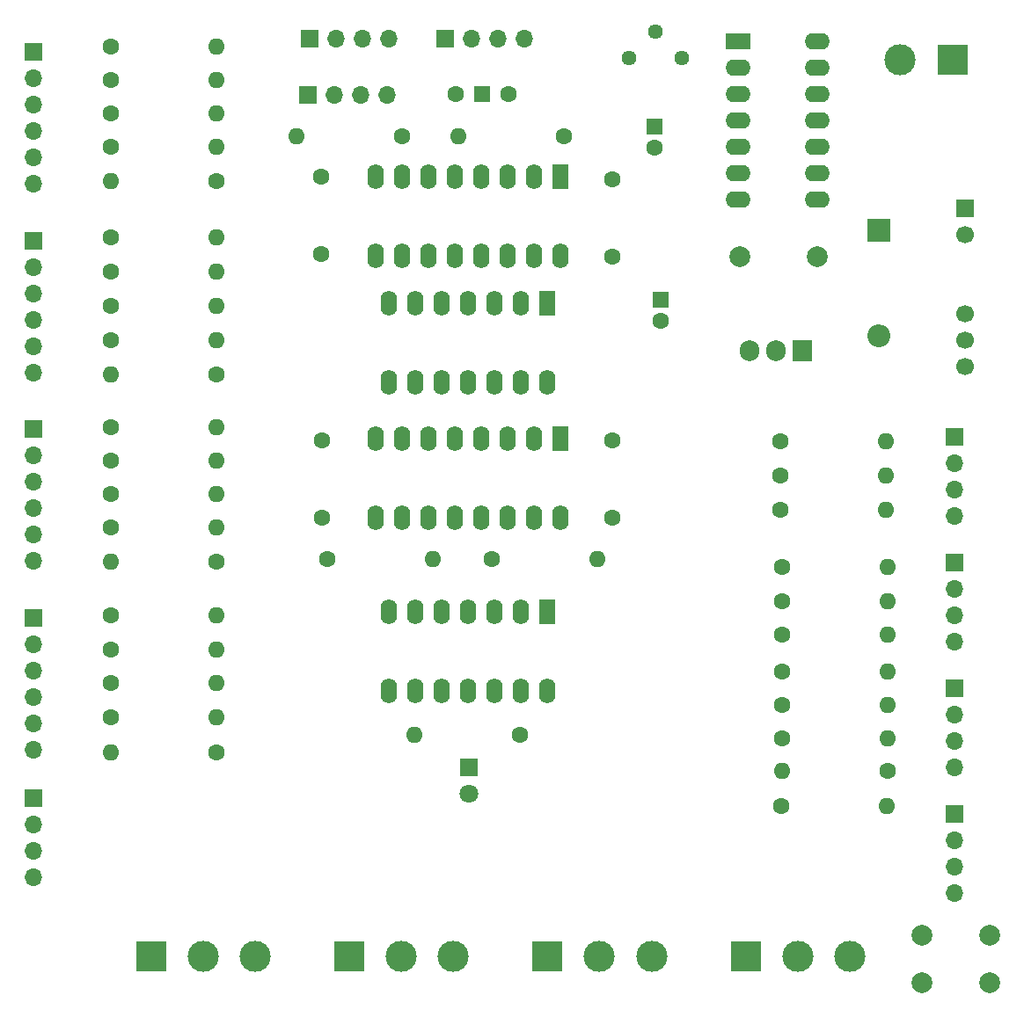
<source format=gbr>
%TF.GenerationSoftware,KiCad,Pcbnew,7.0.11*%
%TF.CreationDate,2025-06-15T15:22:59+10:00*%
%TF.ProjectId,Analog computer,416e616c-6f67-4206-936f-6d7075746572,rev?*%
%TF.SameCoordinates,Original*%
%TF.FileFunction,Soldermask,Top*%
%TF.FilePolarity,Negative*%
%FSLAX46Y46*%
G04 Gerber Fmt 4.6, Leading zero omitted, Abs format (unit mm)*
G04 Created by KiCad (PCBNEW 7.0.11) date 2025-06-15 15:22:59*
%MOMM*%
%LPD*%
G01*
G04 APERTURE LIST*
%ADD10R,1.700000X1.700000*%
%ADD11O,1.700000X1.700000*%
%ADD12C,1.600000*%
%ADD13O,1.600000X1.600000*%
%ADD14R,1.600000X1.600000*%
%ADD15R,1.800000X1.800000*%
%ADD16C,1.800000*%
%ADD17R,2.200000X2.200000*%
%ADD18O,2.200000X2.200000*%
%ADD19R,1.600000X2.400000*%
%ADD20O,1.600000X2.400000*%
%ADD21R,2.400000X1.600000*%
%ADD22O,2.400000X1.600000*%
%ADD23R,3.000000X3.000000*%
%ADD24C,3.000000*%
%ADD25R,1.905000X2.000000*%
%ADD26O,1.905000X2.000000*%
%ADD27C,2.000000*%
%ADD28R,1.500000X1.500000*%
%ADD29C,1.440000*%
%ADD30C,1.700000*%
G04 APERTURE END LIST*
D10*
%TO.C,J2*%
X99670000Y-41180000D03*
D11*
X102210000Y-41180000D03*
X104750000Y-41180000D03*
X107290000Y-41180000D03*
%TD*%
D12*
%TO.C,R6*%
X144920000Y-83220000D03*
D13*
X155080000Y-83220000D03*
%TD*%
D14*
%TO.C,C1*%
X132840000Y-49610000D03*
D12*
X132840000Y-51610000D03*
%TD*%
D10*
%TO.C,COEF_A\u002CB1*%
X73040000Y-114280000D03*
D11*
X73040000Y-116820000D03*
X73040000Y-119360000D03*
X73040000Y-121900000D03*
%TD*%
D12*
%TO.C,R5*%
X144920000Y-79930000D03*
D13*
X155080000Y-79930000D03*
%TD*%
D12*
%TO.C,R33*%
X80550000Y-96650000D03*
D13*
X90710000Y-96650000D03*
%TD*%
D12*
%TO.C,R3*%
X155230000Y-111700000D03*
D13*
X145070000Y-111700000D03*
%TD*%
D12*
%TO.C,C2*%
X128778000Y-79816000D03*
X128778000Y-87316000D03*
%TD*%
%TO.C,R36*%
X144920000Y-86510000D03*
D13*
X155080000Y-86510000D03*
%TD*%
D12*
%TO.C,R9*%
X80550000Y-48370000D03*
D13*
X90710000Y-48370000D03*
%TD*%
D15*
%TO.C,D1*%
X114990000Y-111360000D03*
D16*
X114990000Y-113900000D03*
%TD*%
D17*
%TO.C,D2*%
X154410000Y-59610000D03*
D18*
X154410000Y-69770000D03*
%TD*%
D12*
%TO.C,R29*%
X80550000Y-99970000D03*
D13*
X90710000Y-99970000D03*
%TD*%
D19*
%TO.C,U1*%
X122520000Y-96380000D03*
D20*
X119980000Y-96380000D03*
X117440000Y-96380000D03*
X114900000Y-96380000D03*
X112360000Y-96380000D03*
X109820000Y-96380000D03*
X107280000Y-96380000D03*
X107280000Y-104000000D03*
X109820000Y-104000000D03*
X112360000Y-104000000D03*
X114900000Y-104000000D03*
X117440000Y-104000000D03*
X119980000Y-104000000D03*
X122520000Y-104000000D03*
%TD*%
D12*
%TO.C,R8*%
X80550000Y-45130000D03*
D13*
X90710000Y-45130000D03*
%TD*%
D21*
%TO.C,U6*%
X140840000Y-41400000D03*
D22*
X140840000Y-43940000D03*
X140840000Y-46480000D03*
X140840000Y-49020000D03*
X140840000Y-51560000D03*
X140840000Y-54100000D03*
X140840000Y-56640000D03*
X148460000Y-56640000D03*
X148460000Y-54100000D03*
X148460000Y-51560000D03*
X148460000Y-49020000D03*
X148460000Y-46480000D03*
X148460000Y-43940000D03*
X148460000Y-41400000D03*
%TD*%
D23*
%TO.C,RV1*%
X84408000Y-129538000D03*
D24*
X89408000Y-129538000D03*
X94408000Y-129538000D03*
%TD*%
D12*
%TO.C,R22*%
X80550000Y-81750000D03*
D13*
X90710000Y-81750000D03*
%TD*%
D23*
%TO.C,J3*%
X161544000Y-43180000D03*
D24*
X156464000Y-43180000D03*
%TD*%
D12*
%TO.C,R7*%
X119850000Y-108160000D03*
D13*
X109690000Y-108160000D03*
%TD*%
D25*
%TO.C,U7*%
X147066000Y-71240000D03*
D26*
X144526000Y-71240000D03*
X141986000Y-71240000D03*
%TD*%
D12*
%TO.C,R27*%
X117130000Y-91240000D03*
D13*
X127290000Y-91240000D03*
%TD*%
D12*
%TO.C,R37*%
X145110000Y-92050000D03*
D13*
X155270000Y-92050000D03*
%TD*%
D10*
%TO.C,INT_D1*%
X73090000Y-96932500D03*
D11*
X73090000Y-99472500D03*
X73090000Y-102012500D03*
X73090000Y-104552500D03*
X73090000Y-107092500D03*
X73090000Y-109632500D03*
%TD*%
D23*
%TO.C,RV2*%
X103474666Y-129538000D03*
D24*
X108474666Y-129538000D03*
X113474666Y-129538000D03*
%TD*%
D10*
%TO.C,COEF_D\u002CC1*%
X161690000Y-115790000D03*
D11*
X161690000Y-118330000D03*
X161690000Y-120870000D03*
X161690000Y-123410000D03*
%TD*%
D12*
%TO.C,C5*%
X100750000Y-54416000D03*
X100750000Y-61916000D03*
%TD*%
%TO.C,R26*%
X80550000Y-78550000D03*
D13*
X90710000Y-78550000D03*
%TD*%
D12*
%TO.C,R13*%
X108510000Y-50500000D03*
D13*
X98350000Y-50500000D03*
%TD*%
D27*
%TO.C,SW1*%
X158590000Y-127544000D03*
X165090000Y-127544000D03*
X158590000Y-132044000D03*
X165090000Y-132044000D03*
%TD*%
D10*
%TO.C,INVERTER_A\u002CB1*%
X161690000Y-103703332D03*
D11*
X161690000Y-106243332D03*
X161690000Y-108783332D03*
X161690000Y-111323332D03*
%TD*%
D19*
%TO.C,U3*%
X123740000Y-79640000D03*
D20*
X121200000Y-79640000D03*
X118660000Y-79640000D03*
X116120000Y-79640000D03*
X113580000Y-79640000D03*
X111040000Y-79640000D03*
X108500000Y-79640000D03*
X105960000Y-79640000D03*
X105960000Y-87260000D03*
X108500000Y-87260000D03*
X111040000Y-87260000D03*
X113580000Y-87260000D03*
X116120000Y-87260000D03*
X118660000Y-87260000D03*
X121200000Y-87260000D03*
X123740000Y-87260000D03*
%TD*%
D12*
%TO.C,R41*%
X80550000Y-51570000D03*
D13*
X90710000Y-51570000D03*
%TD*%
D12*
%TO.C,R4*%
X145070000Y-108503332D03*
D13*
X155230000Y-108503332D03*
%TD*%
D12*
%TO.C,R20*%
X124090000Y-50500000D03*
D13*
X113930000Y-50500000D03*
%TD*%
D10*
%TO.C,J9*%
X112700000Y-41110000D03*
D11*
X115240000Y-41110000D03*
X117780000Y-41110000D03*
X120320000Y-41110000D03*
%TD*%
D12*
%TO.C,R10*%
X145050000Y-115060000D03*
D13*
X155210000Y-115060000D03*
%TD*%
D12*
%TO.C,R18*%
X80550000Y-106510000D03*
D13*
X90710000Y-106510000D03*
%TD*%
D23*
%TO.C,RV3*%
X122541332Y-129538000D03*
D24*
X127541332Y-129538000D03*
X132541332Y-129538000D03*
%TD*%
D12*
%TO.C,R14*%
X90710000Y-54850000D03*
D13*
X80550000Y-54850000D03*
%TD*%
D12*
%TO.C,R15*%
X80550000Y-63580000D03*
D13*
X90710000Y-63580000D03*
%TD*%
D28*
%TO.C,SW2*%
X116250000Y-46460000D03*
D12*
X118790000Y-46460000D03*
X113710000Y-46460000D03*
%TD*%
D19*
%TO.C,U5*%
X123740000Y-54430000D03*
D20*
X121200000Y-54430000D03*
X118660000Y-54430000D03*
X116120000Y-54430000D03*
X113580000Y-54430000D03*
X111040000Y-54430000D03*
X108500000Y-54430000D03*
X105960000Y-54430000D03*
X105960000Y-62050000D03*
X108500000Y-62050000D03*
X111040000Y-62050000D03*
X113580000Y-62050000D03*
X116120000Y-62050000D03*
X118660000Y-62050000D03*
X121200000Y-62050000D03*
X123740000Y-62050000D03*
%TD*%
D12*
%TO.C,R21*%
X90710000Y-73510000D03*
D13*
X80550000Y-73510000D03*
%TD*%
D23*
%TO.C,RV4*%
X141628000Y-129538000D03*
D24*
X146628000Y-129538000D03*
X151628000Y-129538000D03*
%TD*%
D12*
%TO.C,R19*%
X80550000Y-60300000D03*
D13*
X90710000Y-60300000D03*
%TD*%
D12*
%TO.C,R35*%
X90710000Y-109860000D03*
D13*
X80550000Y-109860000D03*
%TD*%
D27*
%TO.C,C8*%
X141030000Y-62130000D03*
X148530000Y-62130000D03*
%TD*%
D10*
%TO.C,SUMMER_A1*%
X161690000Y-79530000D03*
D11*
X161690000Y-82070000D03*
X161690000Y-84610000D03*
X161690000Y-87150000D03*
%TD*%
D14*
%TO.C,C7*%
X133410000Y-66310000D03*
D12*
X133410000Y-68310000D03*
%TD*%
%TO.C,C4*%
X100838000Y-79816000D03*
X100838000Y-87316000D03*
%TD*%
%TO.C,R28*%
X90710000Y-91500000D03*
D13*
X80550000Y-91500000D03*
%TD*%
D10*
%TO.C,J1*%
X99490000Y-46560000D03*
D11*
X102030000Y-46560000D03*
X104570000Y-46560000D03*
X107110000Y-46560000D03*
%TD*%
D12*
%TO.C,R40*%
X145110000Y-98570000D03*
D13*
X155270000Y-98570000D03*
%TD*%
D29*
%TO.C,RV5*%
X135460000Y-42980000D03*
X132920000Y-40440000D03*
X130380000Y-42980000D03*
%TD*%
D12*
%TO.C,R34*%
X101350000Y-91240000D03*
D13*
X111510000Y-91240000D03*
%TD*%
D12*
%TO.C,R11*%
X80550000Y-88230000D03*
D13*
X90710000Y-88230000D03*
%TD*%
D12*
%TO.C,R38*%
X145110000Y-95310000D03*
D13*
X155270000Y-95310000D03*
%TD*%
D12*
%TO.C,R16*%
X80550000Y-66920000D03*
D13*
X90710000Y-66920000D03*
%TD*%
D12*
%TO.C,R2*%
X145070000Y-105306666D03*
D13*
X155230000Y-105306666D03*
%TD*%
D12*
%TO.C,R12*%
X80550000Y-41890000D03*
D13*
X90710000Y-41890000D03*
%TD*%
D12*
%TO.C,R30*%
X80550000Y-103240000D03*
D13*
X90710000Y-103240000D03*
%TD*%
D10*
%TO.C,U2*%
X162690000Y-57460000D03*
D30*
X162690000Y-60000000D03*
X162690000Y-67620000D03*
X162690000Y-70160000D03*
X162690000Y-72700000D03*
%TD*%
D19*
%TO.C,U4*%
X122490000Y-66610000D03*
D20*
X119950000Y-66610000D03*
X117410000Y-66610000D03*
X114870000Y-66610000D03*
X112330000Y-66610000D03*
X109790000Y-66610000D03*
X107250000Y-66610000D03*
X107250000Y-74230000D03*
X109790000Y-74230000D03*
X112330000Y-74230000D03*
X114870000Y-74230000D03*
X117410000Y-74230000D03*
X119950000Y-74230000D03*
X122490000Y-74230000D03*
%TD*%
D10*
%TO.C,INT_C1*%
X73090000Y-78755000D03*
D11*
X73090000Y-81295000D03*
X73090000Y-83835000D03*
X73090000Y-86375000D03*
X73090000Y-88915000D03*
X73090000Y-91455000D03*
%TD*%
D12*
%TO.C,C3*%
X128778000Y-62170000D03*
X128778000Y-54670000D03*
%TD*%
D10*
%TO.C,INT_A1*%
X73090000Y-42400000D03*
D11*
X73090000Y-44940000D03*
X73090000Y-47480000D03*
X73090000Y-50020000D03*
X73090000Y-52560000D03*
X73090000Y-55100000D03*
%TD*%
D12*
%TO.C,R1*%
X145070000Y-102110000D03*
D13*
X155230000Y-102110000D03*
%TD*%
D10*
%TO.C,SUMMER_B1*%
X161690000Y-91616666D03*
D11*
X161690000Y-94156666D03*
X161690000Y-96696666D03*
X161690000Y-99236666D03*
%TD*%
D12*
%TO.C,R23*%
X80550000Y-84980000D03*
D13*
X90710000Y-84980000D03*
%TD*%
D12*
%TO.C,R42*%
X80550000Y-70180000D03*
D13*
X90710000Y-70180000D03*
%TD*%
D10*
%TO.C,INT_B1*%
X73090000Y-60577500D03*
D11*
X73090000Y-63117500D03*
X73090000Y-65657500D03*
X73090000Y-68197500D03*
X73090000Y-70737500D03*
X73090000Y-73277500D03*
%TD*%
M02*

</source>
